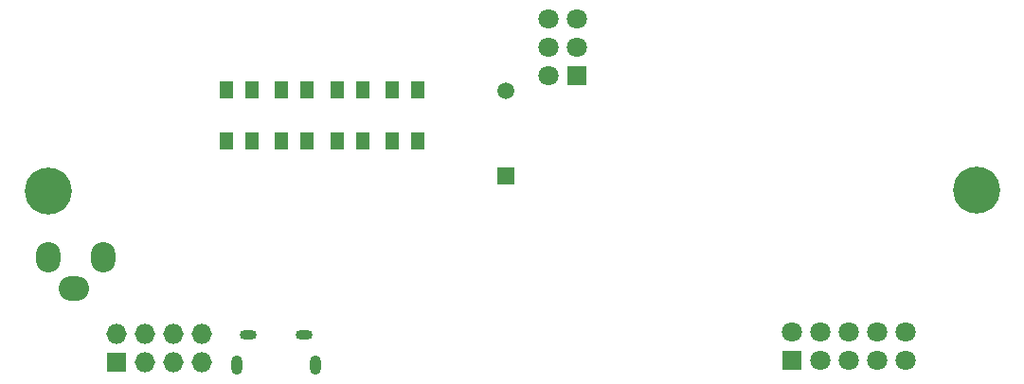
<source format=gbs>
G04 Layer_Color=16711935*
%FSTAX24Y24*%
%MOIN*%
G70*
G01*
G75*
%ADD54R,0.0474X0.0630*%
%ADD70R,0.0592X0.0592*%
%ADD71C,0.0592*%
%ADD72O,0.0385X0.0690*%
%ADD73O,0.0592X0.0336*%
%ADD74O,0.0714X0.0710*%
%ADD75R,0.0714X0.0710*%
%ADD76C,0.0710*%
%ADD77R,0.0710X0.0710*%
%ADD78R,0.0710X0.0710*%
%ADD79O,0.0867X0.1064*%
%ADD80O,0.1064X0.0867*%
%ADD81C,0.1655*%
D54*
X03415Y02815D02*
D03*
X03325D02*
D03*
X0322D02*
D03*
X0313D02*
D03*
X03025D02*
D03*
X02935D02*
D03*
X0283D02*
D03*
X0274D02*
D03*
X03325Y02995D02*
D03*
X03415D02*
D03*
X0313D02*
D03*
X0322D02*
D03*
X02935D02*
D03*
X03025D02*
D03*
X0274D02*
D03*
X0283D02*
D03*
D70*
X037247Y0269D02*
D03*
D71*
Y0299D02*
D03*
D72*
X030525Y02025D02*
D03*
X027769D02*
D03*
D73*
X030131Y021313D02*
D03*
X028163D02*
D03*
D74*
X023547Y02135D02*
D03*
X024547D02*
D03*
X025547D02*
D03*
X026547D02*
D03*
Y02035D02*
D03*
X025547D02*
D03*
X024547D02*
D03*
D75*
X023547D02*
D03*
D76*
X038747Y03045D02*
D03*
Y03145D02*
D03*
Y03245D02*
D03*
X039747Y03145D02*
D03*
Y03245D02*
D03*
X048297Y0204D02*
D03*
X049297D02*
D03*
X050297D02*
D03*
X051297D02*
D03*
Y0214D02*
D03*
X050297D02*
D03*
X049297D02*
D03*
X048297D02*
D03*
X047297D02*
D03*
D77*
X039747Y03045D02*
D03*
D78*
X047297Y0204D02*
D03*
D79*
X021133Y02406D02*
D03*
X023062D02*
D03*
D80*
X022039Y022957D02*
D03*
D81*
X053802Y026429D02*
D03*
X021125Y02639D02*
D03*
M02*

</source>
